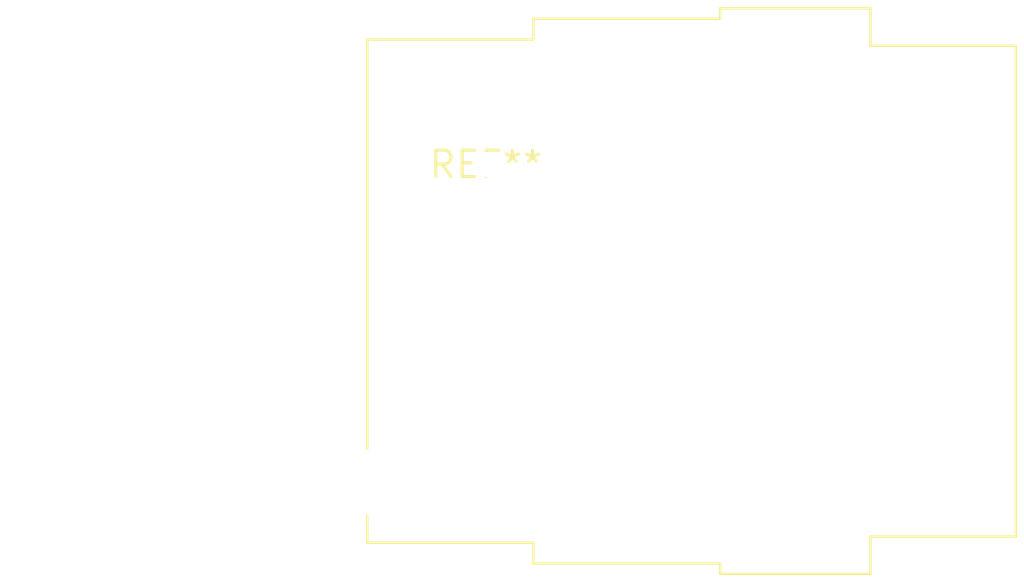
<source format=kicad_pcb>
(kicad_pcb (version 20240108) (generator pcbnew)
  (layers (0 "F.Cu" signal) (31 "B.Cu" signal) (34 "B.Paste" user) (35 "F.Paste" user) (36 "B.SilkS" user "B.Silkscreen") (37 "F.SilkS" user "F.Silkscreen") (38 "B.Mask" user) (39 "F.Mask" user) (44 "Edge.Cuts" user))
  (net 0 "")
  (footprint "Jack_XLR-6.35mm_Neutrik_NCJ5FI-H_Horizontal" (layer "F.Cu") (at 0 0)
    (property "Reference" "REF**")
    (property "Value" "Jack_XLR-6.35mm_Neutrik_NCJ5FI-H_Horizontal")
    (fp_line (start -5.72 -6.02) (end -5.72 13.7) (layer "F.SilkS") (stroke (width 0.12)))
    (fp_line (start -5.72 16.9) (end -5.72 18.22) (layer "F.SilkS") (stroke (width 0.12)))
    (fp_line (start 2.28 -7.02) (end 2.28 -6.02) (layer "F.SilkS") (stroke (width 0.12)))
    (fp_line (start 2.28 -6.02) (end -5.72 -6.02) (layer "F.SilkS") (stroke (width 0.12)))
    (fp_line (start 2.28 18.22) (end -5.72 18.22) (layer "F.SilkS") (stroke (width 0.12)))
    (fp_line (start 2.28 19.22) (end 2.28 18.22) (layer "F.SilkS") (stroke (width 0.12)))
    (fp_line (start 11.28 -7.02) (end 2.28 -7.02) (layer "F.SilkS") (stroke (width 0.12)))
    (fp_line (start 11.28 -7.02) (end 11.28 -7.52) (layer "F.SilkS") (stroke (width 0.12)))
    (fp_line (start 11.28 19.22) (end 2.28 19.22) (layer "F.SilkS") (stroke (width 0.12)))
    (fp_line (start 11.28 19.72) (end 11.28 19.22) (layer "F.SilkS") (stroke (width 0.12)))
    (fp_line (start 18.52 -7.52) (end 11.28 -7.52) (layer "F.SilkS") (stroke (width 0.12)))
    (fp_line (start 18.52 -7.52) (end 18.52 -5.72) (layer "F.SilkS") (stroke (width 0.12)))
    (fp_line (start 18.52 -5.72) (end 25.52 -5.72) (layer "F.SilkS") (stroke (width 0.12)))
    (fp_line (start 18.52 17.92) (end 18.52 19.72) (layer "F.SilkS") (stroke (width 0.12)))
    (fp_line (start 18.52 17.92) (end 25.52 17.92) (layer "F.SilkS") (stroke (width 0.12)))
    (fp_line (start 18.52 19.72) (end 11.28 19.72) (layer "F.SilkS") (stroke (width 0.12)))
    (fp_line (start 25.52 -5.72) (end 25.52 17.92) (layer "F.SilkS") (stroke (width 0.12)))
    (pad "" np_thru_hole circle (at 11.4 2.1) (size 2.1 2.1) (drill 2.1) (layers *.Cu *.Mask))
    (pad "1" thru_hole circle (at 0 0) (size 2.9 2.9) (drill 1.2) (layers *.Cu *.Mask) (remove_unused_layers))
    (pad "2" thru_hole circle (at 0 12.2) (size 2.9 2.9) (drill 1.2) (layers *.Cu *.Mask) (remove_unused_layers))
    (pad "3" thru_hole circle (at 0 6.1) (size 2.9 2.9) (drill 1.2) (layers *.Cu *.Mask) (remove_unused_layers))
    (pad "G" thru_hole circle (at 7.3 6.1) (size 2.9 2.9) (drill 1.2) (layers *.Cu *.Mask) (remove_unused_layers))
    (pad "S" thru_hole circle (at 7.3 11.3) (size 2.9 2.9) (drill 1.2) (layers *.Cu *.Mask) (remove_unused_layers))
    (pad "T" thru_hole circle (at -6.6 15.3) (size 2.9 2.9) (drill 1.2) (layers *.Cu *.Mask) (remove_unused_layers))
  )
)
</source>
